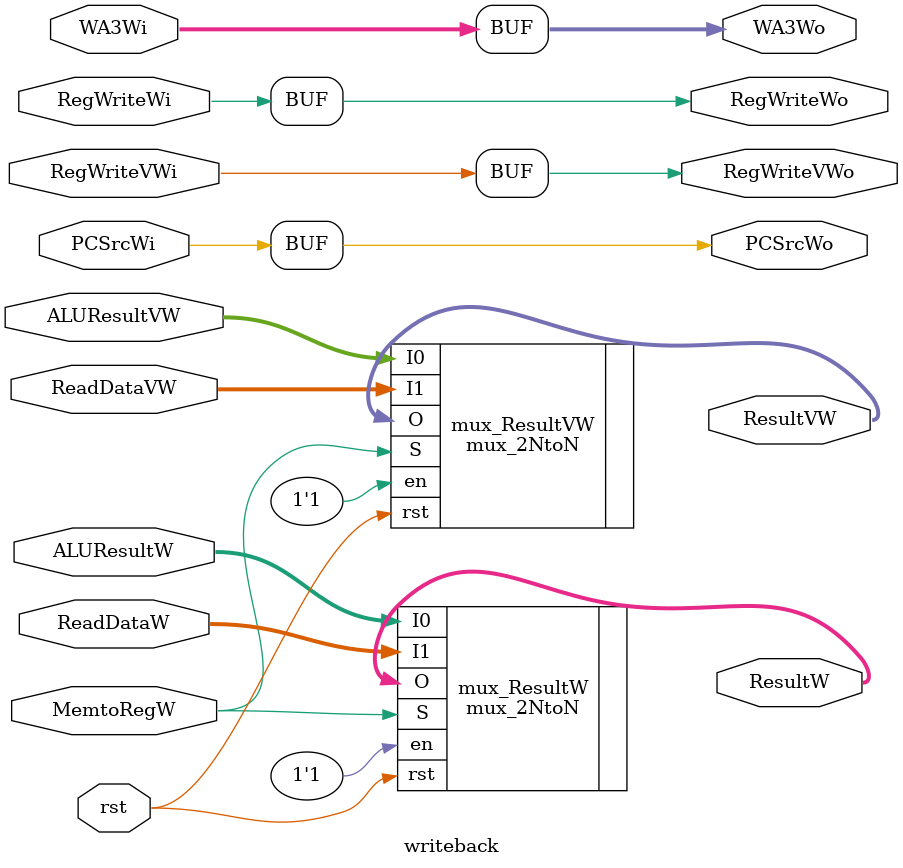
<source format=sv>
/*
Pipeline's Memory Stage
Date: 25/09/24
Test bench ran: XX/09/24 
*/
module writeback # (parameter N = 32, parameter V = 256, parameter R = 5) (
		input  logic rst,
		/* inputs from register */
		input  logic PCSrcWi,				// to allround Fetch from CU, PCSrcM to PCSrcWo f [y]
		input  logic RegWriteWi,			// to allround Decode from CU, RegWriteM to RegWriteWo f [y]
		input  logic RegWriteVWi,			// to allround Decode from CU. RegWriteVM to RegWriteVWo f [y]
		input  logic MemtoRegW,				// to mux_ResultW [y], to mux_ResultVW [y]

		input  logic [N-1:0] ALUResultW,	// ALUResultM (from Memory) to mux_ResultW [y]
		input  logic [N-1:0] ReadDataW,		// ReadDataM (from Memory) to mux_ResultW [y]

		input  logic [V-1:0] ALUResultVW,	// ALUResultVM (from Memory) to mux_ResultVW [y]
		input  logic [V-1:0] ReadDataVW,	// ReadDataVM (from Memory) to mux_ResultVW [y]

		input  logic [R-1:0] WA3Wi,			// WA3M (from instructions's Rd) to WA3Mo f [y]

		/* outputs */
		output logic PCSrcWo,				// from PCSrcWi [y]
		output logic RegWriteWo,			// from RegWriteWi [y]
		output logic RegWriteVWo,			// from RegWriteVWi [y]

		output logic [N-1:0] ResultW,		// from mux_ResultW [y]
		output logic [V-1:0] ResultVW,		// from mux_ResultVW [y]
		
		output logic [R-1:0] WA3Wo			// from WA3Wi [y]
	);

	
	/* ResultW output for Decode and Execute */
	mux_2NtoN # (.N(N)) mux_ResultW (.I0(ALUResultW),
									 .I1(ReadDataW),
									 .rst(rst),
									 .S(MemtoRegW),
									 .en(1'b1),
									 .O(ResultW));

	
	/* ResultVW output for Decode and Execute */
	mux_2NtoN # (.N(V)) mux_ResultVW (.I0(ALUResultVW),
									  .I1(ReadDataVW),
									  .rst(rst),
									  .S(MemtoRegW),
									  .en(1'b1),
									  .O(ResultVW));


	/* ********************************** forwarding data ***************************** */

	
	/* WA3W forwarding output for Decode */
	assign WA3Wo = WA3Wi;


	/* ********************************** forwarding control signals ***************************** */


	/* PCSrcW forwarding output for Fetch and Hazard Unit */
	assign PCSrcWo = PCSrcWi;

	/* RegWriteW forwarding output for Decode and Execute */
	assign RegWriteWo = RegWriteWi;

	/* RegWriteVW forwarding output for Decode and Execute  */
	assign RegWriteVWo = RegWriteVWi;


endmodule

</source>
